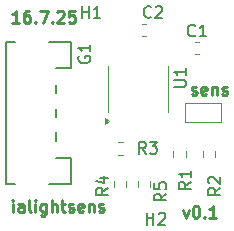
<source format=gbr>
%TF.GenerationSoftware,KiCad,Pcbnew,9.0.3*%
%TF.CreationDate,2025-07-16T23:37:23+02:00*%
%TF.ProjectId,ialightsens,69616c69-6768-4747-9365-6e732e6b6963,rev?*%
%TF.SameCoordinates,Original*%
%TF.FileFunction,Legend,Top*%
%TF.FilePolarity,Positive*%
%FSLAX46Y46*%
G04 Gerber Fmt 4.6, Leading zero omitted, Abs format (unit mm)*
G04 Created by KiCad (PCBNEW 9.0.3) date 2025-07-16 23:37:23*
%MOMM*%
%LPD*%
G01*
G04 APERTURE LIST*
%ADD10C,0.100000*%
%ADD11C,0.250000*%
%ADD12C,0.150000*%
%ADD13C,0.120000*%
%ADD14C,0.127000*%
G04 APERTURE END LIST*
D10*
X15500000Y-9200000D02*
X18500000Y-9200000D01*
X18500000Y-10800000D01*
X15500000Y-10800000D01*
X15500000Y-9200000D01*
D11*
X16054949Y-8417000D02*
X16150187Y-8464619D01*
X16150187Y-8464619D02*
X16340663Y-8464619D01*
X16340663Y-8464619D02*
X16435901Y-8417000D01*
X16435901Y-8417000D02*
X16483520Y-8321761D01*
X16483520Y-8321761D02*
X16483520Y-8274142D01*
X16483520Y-8274142D02*
X16435901Y-8178904D01*
X16435901Y-8178904D02*
X16340663Y-8131285D01*
X16340663Y-8131285D02*
X16197806Y-8131285D01*
X16197806Y-8131285D02*
X16102568Y-8083666D01*
X16102568Y-8083666D02*
X16054949Y-7988428D01*
X16054949Y-7988428D02*
X16054949Y-7940809D01*
X16054949Y-7940809D02*
X16102568Y-7845571D01*
X16102568Y-7845571D02*
X16197806Y-7797952D01*
X16197806Y-7797952D02*
X16340663Y-7797952D01*
X16340663Y-7797952D02*
X16435901Y-7845571D01*
X17293044Y-8417000D02*
X17197806Y-8464619D01*
X17197806Y-8464619D02*
X17007330Y-8464619D01*
X17007330Y-8464619D02*
X16912092Y-8417000D01*
X16912092Y-8417000D02*
X16864473Y-8321761D01*
X16864473Y-8321761D02*
X16864473Y-7940809D01*
X16864473Y-7940809D02*
X16912092Y-7845571D01*
X16912092Y-7845571D02*
X17007330Y-7797952D01*
X17007330Y-7797952D02*
X17197806Y-7797952D01*
X17197806Y-7797952D02*
X17293044Y-7845571D01*
X17293044Y-7845571D02*
X17340663Y-7940809D01*
X17340663Y-7940809D02*
X17340663Y-8036047D01*
X17340663Y-8036047D02*
X16864473Y-8131285D01*
X17769235Y-7797952D02*
X17769235Y-8464619D01*
X17769235Y-7893190D02*
X17816854Y-7845571D01*
X17816854Y-7845571D02*
X17912092Y-7797952D01*
X17912092Y-7797952D02*
X18054949Y-7797952D01*
X18054949Y-7797952D02*
X18150187Y-7845571D01*
X18150187Y-7845571D02*
X18197806Y-7940809D01*
X18197806Y-7940809D02*
X18197806Y-8464619D01*
X18626378Y-8417000D02*
X18721616Y-8464619D01*
X18721616Y-8464619D02*
X18912092Y-8464619D01*
X18912092Y-8464619D02*
X19007330Y-8417000D01*
X19007330Y-8417000D02*
X19054949Y-8321761D01*
X19054949Y-8321761D02*
X19054949Y-8274142D01*
X19054949Y-8274142D02*
X19007330Y-8178904D01*
X19007330Y-8178904D02*
X18912092Y-8131285D01*
X18912092Y-8131285D02*
X18769235Y-8131285D01*
X18769235Y-8131285D02*
X18673997Y-8083666D01*
X18673997Y-8083666D02*
X18626378Y-7988428D01*
X18626378Y-7988428D02*
X18626378Y-7940809D01*
X18626378Y-7940809D02*
X18673997Y-7845571D01*
X18673997Y-7845571D02*
X18769235Y-7797952D01*
X18769235Y-7797952D02*
X18912092Y-7797952D01*
X18912092Y-7797952D02*
X19007330Y-7845571D01*
X902568Y-18364619D02*
X902568Y-17697952D01*
X902568Y-17364619D02*
X854949Y-17412238D01*
X854949Y-17412238D02*
X902568Y-17459857D01*
X902568Y-17459857D02*
X950187Y-17412238D01*
X950187Y-17412238D02*
X902568Y-17364619D01*
X902568Y-17364619D02*
X902568Y-17459857D01*
X1807329Y-18364619D02*
X1807329Y-17840809D01*
X1807329Y-17840809D02*
X1759710Y-17745571D01*
X1759710Y-17745571D02*
X1664472Y-17697952D01*
X1664472Y-17697952D02*
X1473996Y-17697952D01*
X1473996Y-17697952D02*
X1378758Y-17745571D01*
X1807329Y-18317000D02*
X1712091Y-18364619D01*
X1712091Y-18364619D02*
X1473996Y-18364619D01*
X1473996Y-18364619D02*
X1378758Y-18317000D01*
X1378758Y-18317000D02*
X1331139Y-18221761D01*
X1331139Y-18221761D02*
X1331139Y-18126523D01*
X1331139Y-18126523D02*
X1378758Y-18031285D01*
X1378758Y-18031285D02*
X1473996Y-17983666D01*
X1473996Y-17983666D02*
X1712091Y-17983666D01*
X1712091Y-17983666D02*
X1807329Y-17936047D01*
X2426377Y-18364619D02*
X2331139Y-18317000D01*
X2331139Y-18317000D02*
X2283520Y-18221761D01*
X2283520Y-18221761D02*
X2283520Y-17364619D01*
X2807330Y-18364619D02*
X2807330Y-17697952D01*
X2807330Y-17364619D02*
X2759711Y-17412238D01*
X2759711Y-17412238D02*
X2807330Y-17459857D01*
X2807330Y-17459857D02*
X2854949Y-17412238D01*
X2854949Y-17412238D02*
X2807330Y-17364619D01*
X2807330Y-17364619D02*
X2807330Y-17459857D01*
X3712091Y-17697952D02*
X3712091Y-18507476D01*
X3712091Y-18507476D02*
X3664472Y-18602714D01*
X3664472Y-18602714D02*
X3616853Y-18650333D01*
X3616853Y-18650333D02*
X3521615Y-18697952D01*
X3521615Y-18697952D02*
X3378758Y-18697952D01*
X3378758Y-18697952D02*
X3283520Y-18650333D01*
X3712091Y-18317000D02*
X3616853Y-18364619D01*
X3616853Y-18364619D02*
X3426377Y-18364619D01*
X3426377Y-18364619D02*
X3331139Y-18317000D01*
X3331139Y-18317000D02*
X3283520Y-18269380D01*
X3283520Y-18269380D02*
X3235901Y-18174142D01*
X3235901Y-18174142D02*
X3235901Y-17888428D01*
X3235901Y-17888428D02*
X3283520Y-17793190D01*
X3283520Y-17793190D02*
X3331139Y-17745571D01*
X3331139Y-17745571D02*
X3426377Y-17697952D01*
X3426377Y-17697952D02*
X3616853Y-17697952D01*
X3616853Y-17697952D02*
X3712091Y-17745571D01*
X4188282Y-18364619D02*
X4188282Y-17364619D01*
X4616853Y-18364619D02*
X4616853Y-17840809D01*
X4616853Y-17840809D02*
X4569234Y-17745571D01*
X4569234Y-17745571D02*
X4473996Y-17697952D01*
X4473996Y-17697952D02*
X4331139Y-17697952D01*
X4331139Y-17697952D02*
X4235901Y-17745571D01*
X4235901Y-17745571D02*
X4188282Y-17793190D01*
X4950187Y-17697952D02*
X5331139Y-17697952D01*
X5093044Y-17364619D02*
X5093044Y-18221761D01*
X5093044Y-18221761D02*
X5140663Y-18317000D01*
X5140663Y-18317000D02*
X5235901Y-18364619D01*
X5235901Y-18364619D02*
X5331139Y-18364619D01*
X5616854Y-18317000D02*
X5712092Y-18364619D01*
X5712092Y-18364619D02*
X5902568Y-18364619D01*
X5902568Y-18364619D02*
X5997806Y-18317000D01*
X5997806Y-18317000D02*
X6045425Y-18221761D01*
X6045425Y-18221761D02*
X6045425Y-18174142D01*
X6045425Y-18174142D02*
X5997806Y-18078904D01*
X5997806Y-18078904D02*
X5902568Y-18031285D01*
X5902568Y-18031285D02*
X5759711Y-18031285D01*
X5759711Y-18031285D02*
X5664473Y-17983666D01*
X5664473Y-17983666D02*
X5616854Y-17888428D01*
X5616854Y-17888428D02*
X5616854Y-17840809D01*
X5616854Y-17840809D02*
X5664473Y-17745571D01*
X5664473Y-17745571D02*
X5759711Y-17697952D01*
X5759711Y-17697952D02*
X5902568Y-17697952D01*
X5902568Y-17697952D02*
X5997806Y-17745571D01*
X6854949Y-18317000D02*
X6759711Y-18364619D01*
X6759711Y-18364619D02*
X6569235Y-18364619D01*
X6569235Y-18364619D02*
X6473997Y-18317000D01*
X6473997Y-18317000D02*
X6426378Y-18221761D01*
X6426378Y-18221761D02*
X6426378Y-17840809D01*
X6426378Y-17840809D02*
X6473997Y-17745571D01*
X6473997Y-17745571D02*
X6569235Y-17697952D01*
X6569235Y-17697952D02*
X6759711Y-17697952D01*
X6759711Y-17697952D02*
X6854949Y-17745571D01*
X6854949Y-17745571D02*
X6902568Y-17840809D01*
X6902568Y-17840809D02*
X6902568Y-17936047D01*
X6902568Y-17936047D02*
X6426378Y-18031285D01*
X7331140Y-17697952D02*
X7331140Y-18364619D01*
X7331140Y-17793190D02*
X7378759Y-17745571D01*
X7378759Y-17745571D02*
X7473997Y-17697952D01*
X7473997Y-17697952D02*
X7616854Y-17697952D01*
X7616854Y-17697952D02*
X7712092Y-17745571D01*
X7712092Y-17745571D02*
X7759711Y-17840809D01*
X7759711Y-17840809D02*
X7759711Y-18364619D01*
X8188283Y-18317000D02*
X8283521Y-18364619D01*
X8283521Y-18364619D02*
X8473997Y-18364619D01*
X8473997Y-18364619D02*
X8569235Y-18317000D01*
X8569235Y-18317000D02*
X8616854Y-18221761D01*
X8616854Y-18221761D02*
X8616854Y-18174142D01*
X8616854Y-18174142D02*
X8569235Y-18078904D01*
X8569235Y-18078904D02*
X8473997Y-18031285D01*
X8473997Y-18031285D02*
X8331140Y-18031285D01*
X8331140Y-18031285D02*
X8235902Y-17983666D01*
X8235902Y-17983666D02*
X8188283Y-17888428D01*
X8188283Y-17888428D02*
X8188283Y-17840809D01*
X8188283Y-17840809D02*
X8235902Y-17745571D01*
X8235902Y-17745571D02*
X8331140Y-17697952D01*
X8331140Y-17697952D02*
X8473997Y-17697952D01*
X8473997Y-17697952D02*
X8569235Y-17745571D01*
X15307330Y-18197952D02*
X15545425Y-18864619D01*
X15545425Y-18864619D02*
X15783520Y-18197952D01*
X16354949Y-17864619D02*
X16450187Y-17864619D01*
X16450187Y-17864619D02*
X16545425Y-17912238D01*
X16545425Y-17912238D02*
X16593044Y-17959857D01*
X16593044Y-17959857D02*
X16640663Y-18055095D01*
X16640663Y-18055095D02*
X16688282Y-18245571D01*
X16688282Y-18245571D02*
X16688282Y-18483666D01*
X16688282Y-18483666D02*
X16640663Y-18674142D01*
X16640663Y-18674142D02*
X16593044Y-18769380D01*
X16593044Y-18769380D02*
X16545425Y-18817000D01*
X16545425Y-18817000D02*
X16450187Y-18864619D01*
X16450187Y-18864619D02*
X16354949Y-18864619D01*
X16354949Y-18864619D02*
X16259711Y-18817000D01*
X16259711Y-18817000D02*
X16212092Y-18769380D01*
X16212092Y-18769380D02*
X16164473Y-18674142D01*
X16164473Y-18674142D02*
X16116854Y-18483666D01*
X16116854Y-18483666D02*
X16116854Y-18245571D01*
X16116854Y-18245571D02*
X16164473Y-18055095D01*
X16164473Y-18055095D02*
X16212092Y-17959857D01*
X16212092Y-17959857D02*
X16259711Y-17912238D01*
X16259711Y-17912238D02*
X16354949Y-17864619D01*
X17116854Y-18769380D02*
X17164473Y-18817000D01*
X17164473Y-18817000D02*
X17116854Y-18864619D01*
X17116854Y-18864619D02*
X17069235Y-18817000D01*
X17069235Y-18817000D02*
X17116854Y-18769380D01*
X17116854Y-18769380D02*
X17116854Y-18864619D01*
X18116853Y-18864619D02*
X17545425Y-18864619D01*
X17831139Y-18864619D02*
X17831139Y-17864619D01*
X17831139Y-17864619D02*
X17735901Y-18007476D01*
X17735901Y-18007476D02*
X17640663Y-18102714D01*
X17640663Y-18102714D02*
X17545425Y-18150333D01*
X1426377Y-2364619D02*
X854949Y-2364619D01*
X1140663Y-2364619D02*
X1140663Y-1364619D01*
X1140663Y-1364619D02*
X1045425Y-1507476D01*
X1045425Y-1507476D02*
X950187Y-1602714D01*
X950187Y-1602714D02*
X854949Y-1650333D01*
X2283520Y-1364619D02*
X2093044Y-1364619D01*
X2093044Y-1364619D02*
X1997806Y-1412238D01*
X1997806Y-1412238D02*
X1950187Y-1459857D01*
X1950187Y-1459857D02*
X1854949Y-1602714D01*
X1854949Y-1602714D02*
X1807330Y-1793190D01*
X1807330Y-1793190D02*
X1807330Y-2174142D01*
X1807330Y-2174142D02*
X1854949Y-2269380D01*
X1854949Y-2269380D02*
X1902568Y-2317000D01*
X1902568Y-2317000D02*
X1997806Y-2364619D01*
X1997806Y-2364619D02*
X2188282Y-2364619D01*
X2188282Y-2364619D02*
X2283520Y-2317000D01*
X2283520Y-2317000D02*
X2331139Y-2269380D01*
X2331139Y-2269380D02*
X2378758Y-2174142D01*
X2378758Y-2174142D02*
X2378758Y-1936047D01*
X2378758Y-1936047D02*
X2331139Y-1840809D01*
X2331139Y-1840809D02*
X2283520Y-1793190D01*
X2283520Y-1793190D02*
X2188282Y-1745571D01*
X2188282Y-1745571D02*
X1997806Y-1745571D01*
X1997806Y-1745571D02*
X1902568Y-1793190D01*
X1902568Y-1793190D02*
X1854949Y-1840809D01*
X1854949Y-1840809D02*
X1807330Y-1936047D01*
X2807330Y-2269380D02*
X2854949Y-2317000D01*
X2854949Y-2317000D02*
X2807330Y-2364619D01*
X2807330Y-2364619D02*
X2759711Y-2317000D01*
X2759711Y-2317000D02*
X2807330Y-2269380D01*
X2807330Y-2269380D02*
X2807330Y-2364619D01*
X3188282Y-1364619D02*
X3854948Y-1364619D01*
X3854948Y-1364619D02*
X3426377Y-2364619D01*
X4235901Y-2269380D02*
X4283520Y-2317000D01*
X4283520Y-2317000D02*
X4235901Y-2364619D01*
X4235901Y-2364619D02*
X4188282Y-2317000D01*
X4188282Y-2317000D02*
X4235901Y-2269380D01*
X4235901Y-2269380D02*
X4235901Y-2364619D01*
X4664472Y-1459857D02*
X4712091Y-1412238D01*
X4712091Y-1412238D02*
X4807329Y-1364619D01*
X4807329Y-1364619D02*
X5045424Y-1364619D01*
X5045424Y-1364619D02*
X5140662Y-1412238D01*
X5140662Y-1412238D02*
X5188281Y-1459857D01*
X5188281Y-1459857D02*
X5235900Y-1555095D01*
X5235900Y-1555095D02*
X5235900Y-1650333D01*
X5235900Y-1650333D02*
X5188281Y-1793190D01*
X5188281Y-1793190D02*
X4616853Y-2364619D01*
X4616853Y-2364619D02*
X5235900Y-2364619D01*
X6140662Y-1364619D02*
X5664472Y-1364619D01*
X5664472Y-1364619D02*
X5616853Y-1840809D01*
X5616853Y-1840809D02*
X5664472Y-1793190D01*
X5664472Y-1793190D02*
X5759710Y-1745571D01*
X5759710Y-1745571D02*
X5997805Y-1745571D01*
X5997805Y-1745571D02*
X6093043Y-1793190D01*
X6093043Y-1793190D02*
X6140662Y-1840809D01*
X6140662Y-1840809D02*
X6188281Y-1936047D01*
X6188281Y-1936047D02*
X6188281Y-2174142D01*
X6188281Y-2174142D02*
X6140662Y-2269380D01*
X6140662Y-2269380D02*
X6093043Y-2317000D01*
X6093043Y-2317000D02*
X5997805Y-2364619D01*
X5997805Y-2364619D02*
X5759710Y-2364619D01*
X5759710Y-2364619D02*
X5664472Y-2317000D01*
X5664472Y-2317000D02*
X5616853Y-2269380D01*
D12*
X12158333Y-13454819D02*
X11825000Y-12978628D01*
X11586905Y-13454819D02*
X11586905Y-12454819D01*
X11586905Y-12454819D02*
X11967857Y-12454819D01*
X11967857Y-12454819D02*
X12063095Y-12502438D01*
X12063095Y-12502438D02*
X12110714Y-12550057D01*
X12110714Y-12550057D02*
X12158333Y-12645295D01*
X12158333Y-12645295D02*
X12158333Y-12788152D01*
X12158333Y-12788152D02*
X12110714Y-12883390D01*
X12110714Y-12883390D02*
X12063095Y-12931009D01*
X12063095Y-12931009D02*
X11967857Y-12978628D01*
X11967857Y-12978628D02*
X11586905Y-12978628D01*
X12491667Y-12454819D02*
X13110714Y-12454819D01*
X13110714Y-12454819D02*
X12777381Y-12835771D01*
X12777381Y-12835771D02*
X12920238Y-12835771D01*
X12920238Y-12835771D02*
X13015476Y-12883390D01*
X13015476Y-12883390D02*
X13063095Y-12931009D01*
X13063095Y-12931009D02*
X13110714Y-13026247D01*
X13110714Y-13026247D02*
X13110714Y-13264342D01*
X13110714Y-13264342D02*
X13063095Y-13359580D01*
X13063095Y-13359580D02*
X13015476Y-13407200D01*
X13015476Y-13407200D02*
X12920238Y-13454819D01*
X12920238Y-13454819D02*
X12634524Y-13454819D01*
X12634524Y-13454819D02*
X12539286Y-13407200D01*
X12539286Y-13407200D02*
X12491667Y-13359580D01*
X13884819Y-16841666D02*
X13408628Y-17174999D01*
X13884819Y-17413094D02*
X12884819Y-17413094D01*
X12884819Y-17413094D02*
X12884819Y-17032142D01*
X12884819Y-17032142D02*
X12932438Y-16936904D01*
X12932438Y-16936904D02*
X12980057Y-16889285D01*
X12980057Y-16889285D02*
X13075295Y-16841666D01*
X13075295Y-16841666D02*
X13218152Y-16841666D01*
X13218152Y-16841666D02*
X13313390Y-16889285D01*
X13313390Y-16889285D02*
X13361009Y-16936904D01*
X13361009Y-16936904D02*
X13408628Y-17032142D01*
X13408628Y-17032142D02*
X13408628Y-17413094D01*
X12884819Y-15936904D02*
X12884819Y-16413094D01*
X12884819Y-16413094D02*
X13361009Y-16460713D01*
X13361009Y-16460713D02*
X13313390Y-16413094D01*
X13313390Y-16413094D02*
X13265771Y-16317856D01*
X13265771Y-16317856D02*
X13265771Y-16079761D01*
X13265771Y-16079761D02*
X13313390Y-15984523D01*
X13313390Y-15984523D02*
X13361009Y-15936904D01*
X13361009Y-15936904D02*
X13456247Y-15889285D01*
X13456247Y-15889285D02*
X13694342Y-15889285D01*
X13694342Y-15889285D02*
X13789580Y-15936904D01*
X13789580Y-15936904D02*
X13837200Y-15984523D01*
X13837200Y-15984523D02*
X13884819Y-16079761D01*
X13884819Y-16079761D02*
X13884819Y-16317856D01*
X13884819Y-16317856D02*
X13837200Y-16413094D01*
X13837200Y-16413094D02*
X13789580Y-16460713D01*
X6502438Y-5214285D02*
X6454819Y-5309523D01*
X6454819Y-5309523D02*
X6454819Y-5452380D01*
X6454819Y-5452380D02*
X6502438Y-5595237D01*
X6502438Y-5595237D02*
X6597676Y-5690475D01*
X6597676Y-5690475D02*
X6692914Y-5738094D01*
X6692914Y-5738094D02*
X6883390Y-5785713D01*
X6883390Y-5785713D02*
X7026247Y-5785713D01*
X7026247Y-5785713D02*
X7216723Y-5738094D01*
X7216723Y-5738094D02*
X7311961Y-5690475D01*
X7311961Y-5690475D02*
X7407200Y-5595237D01*
X7407200Y-5595237D02*
X7454819Y-5452380D01*
X7454819Y-5452380D02*
X7454819Y-5357142D01*
X7454819Y-5357142D02*
X7407200Y-5214285D01*
X7407200Y-5214285D02*
X7359580Y-5166666D01*
X7359580Y-5166666D02*
X7026247Y-5166666D01*
X7026247Y-5166666D02*
X7026247Y-5357142D01*
X7454819Y-4214285D02*
X7454819Y-4785713D01*
X7454819Y-4499999D02*
X6454819Y-4499999D01*
X6454819Y-4499999D02*
X6597676Y-4595237D01*
X6597676Y-4595237D02*
X6692914Y-4690475D01*
X6692914Y-4690475D02*
X6740533Y-4785713D01*
X8954819Y-16341666D02*
X8478628Y-16674999D01*
X8954819Y-16913094D02*
X7954819Y-16913094D01*
X7954819Y-16913094D02*
X7954819Y-16532142D01*
X7954819Y-16532142D02*
X8002438Y-16436904D01*
X8002438Y-16436904D02*
X8050057Y-16389285D01*
X8050057Y-16389285D02*
X8145295Y-16341666D01*
X8145295Y-16341666D02*
X8288152Y-16341666D01*
X8288152Y-16341666D02*
X8383390Y-16389285D01*
X8383390Y-16389285D02*
X8431009Y-16436904D01*
X8431009Y-16436904D02*
X8478628Y-16532142D01*
X8478628Y-16532142D02*
X8478628Y-16913094D01*
X8288152Y-15484523D02*
X8954819Y-15484523D01*
X7907200Y-15722618D02*
X8621485Y-15960713D01*
X8621485Y-15960713D02*
X8621485Y-15341666D01*
X16333333Y-3429580D02*
X16285714Y-3477200D01*
X16285714Y-3477200D02*
X16142857Y-3524819D01*
X16142857Y-3524819D02*
X16047619Y-3524819D01*
X16047619Y-3524819D02*
X15904762Y-3477200D01*
X15904762Y-3477200D02*
X15809524Y-3381961D01*
X15809524Y-3381961D02*
X15761905Y-3286723D01*
X15761905Y-3286723D02*
X15714286Y-3096247D01*
X15714286Y-3096247D02*
X15714286Y-2953390D01*
X15714286Y-2953390D02*
X15761905Y-2762914D01*
X15761905Y-2762914D02*
X15809524Y-2667676D01*
X15809524Y-2667676D02*
X15904762Y-2572438D01*
X15904762Y-2572438D02*
X16047619Y-2524819D01*
X16047619Y-2524819D02*
X16142857Y-2524819D01*
X16142857Y-2524819D02*
X16285714Y-2572438D01*
X16285714Y-2572438D02*
X16333333Y-2620057D01*
X17285714Y-3524819D02*
X16714286Y-3524819D01*
X17000000Y-3524819D02*
X17000000Y-2524819D01*
X17000000Y-2524819D02*
X16904762Y-2667676D01*
X16904762Y-2667676D02*
X16809524Y-2762914D01*
X16809524Y-2762914D02*
X16714286Y-2810533D01*
X14549819Y-7786904D02*
X15359342Y-7786904D01*
X15359342Y-7786904D02*
X15454580Y-7739285D01*
X15454580Y-7739285D02*
X15502200Y-7691666D01*
X15502200Y-7691666D02*
X15549819Y-7596428D01*
X15549819Y-7596428D02*
X15549819Y-7405952D01*
X15549819Y-7405952D02*
X15502200Y-7310714D01*
X15502200Y-7310714D02*
X15454580Y-7263095D01*
X15454580Y-7263095D02*
X15359342Y-7215476D01*
X15359342Y-7215476D02*
X14549819Y-7215476D01*
X15549819Y-6215476D02*
X15549819Y-6786904D01*
X15549819Y-6501190D02*
X14549819Y-6501190D01*
X14549819Y-6501190D02*
X14692676Y-6596428D01*
X14692676Y-6596428D02*
X14787914Y-6691666D01*
X14787914Y-6691666D02*
X14835533Y-6786904D01*
X12608333Y-1859580D02*
X12560714Y-1907200D01*
X12560714Y-1907200D02*
X12417857Y-1954819D01*
X12417857Y-1954819D02*
X12322619Y-1954819D01*
X12322619Y-1954819D02*
X12179762Y-1907200D01*
X12179762Y-1907200D02*
X12084524Y-1811961D01*
X12084524Y-1811961D02*
X12036905Y-1716723D01*
X12036905Y-1716723D02*
X11989286Y-1526247D01*
X11989286Y-1526247D02*
X11989286Y-1383390D01*
X11989286Y-1383390D02*
X12036905Y-1192914D01*
X12036905Y-1192914D02*
X12084524Y-1097676D01*
X12084524Y-1097676D02*
X12179762Y-1002438D01*
X12179762Y-1002438D02*
X12322619Y-954819D01*
X12322619Y-954819D02*
X12417857Y-954819D01*
X12417857Y-954819D02*
X12560714Y-1002438D01*
X12560714Y-1002438D02*
X12608333Y-1050057D01*
X12989286Y-1050057D02*
X13036905Y-1002438D01*
X13036905Y-1002438D02*
X13132143Y-954819D01*
X13132143Y-954819D02*
X13370238Y-954819D01*
X13370238Y-954819D02*
X13465476Y-1002438D01*
X13465476Y-1002438D02*
X13513095Y-1050057D01*
X13513095Y-1050057D02*
X13560714Y-1145295D01*
X13560714Y-1145295D02*
X13560714Y-1240533D01*
X13560714Y-1240533D02*
X13513095Y-1383390D01*
X13513095Y-1383390D02*
X12941667Y-1954819D01*
X12941667Y-1954819D02*
X13560714Y-1954819D01*
X12238095Y-19454819D02*
X12238095Y-18454819D01*
X12238095Y-18931009D02*
X12809523Y-18931009D01*
X12809523Y-19454819D02*
X12809523Y-18454819D01*
X13238095Y-18550057D02*
X13285714Y-18502438D01*
X13285714Y-18502438D02*
X13380952Y-18454819D01*
X13380952Y-18454819D02*
X13619047Y-18454819D01*
X13619047Y-18454819D02*
X13714285Y-18502438D01*
X13714285Y-18502438D02*
X13761904Y-18550057D01*
X13761904Y-18550057D02*
X13809523Y-18645295D01*
X13809523Y-18645295D02*
X13809523Y-18740533D01*
X13809523Y-18740533D02*
X13761904Y-18883390D01*
X13761904Y-18883390D02*
X13190476Y-19454819D01*
X13190476Y-19454819D02*
X13809523Y-19454819D01*
X6738095Y-1954819D02*
X6738095Y-954819D01*
X6738095Y-1431009D02*
X7309523Y-1431009D01*
X7309523Y-1954819D02*
X7309523Y-954819D01*
X8309523Y-1954819D02*
X7738095Y-1954819D01*
X8023809Y-1954819D02*
X8023809Y-954819D01*
X8023809Y-954819D02*
X7928571Y-1097676D01*
X7928571Y-1097676D02*
X7833333Y-1192914D01*
X7833333Y-1192914D02*
X7738095Y-1240533D01*
X18454819Y-16341666D02*
X17978628Y-16674999D01*
X18454819Y-16913094D02*
X17454819Y-16913094D01*
X17454819Y-16913094D02*
X17454819Y-16532142D01*
X17454819Y-16532142D02*
X17502438Y-16436904D01*
X17502438Y-16436904D02*
X17550057Y-16389285D01*
X17550057Y-16389285D02*
X17645295Y-16341666D01*
X17645295Y-16341666D02*
X17788152Y-16341666D01*
X17788152Y-16341666D02*
X17883390Y-16389285D01*
X17883390Y-16389285D02*
X17931009Y-16436904D01*
X17931009Y-16436904D02*
X17978628Y-16532142D01*
X17978628Y-16532142D02*
X17978628Y-16913094D01*
X17550057Y-15960713D02*
X17502438Y-15913094D01*
X17502438Y-15913094D02*
X17454819Y-15817856D01*
X17454819Y-15817856D02*
X17454819Y-15579761D01*
X17454819Y-15579761D02*
X17502438Y-15484523D01*
X17502438Y-15484523D02*
X17550057Y-15436904D01*
X17550057Y-15436904D02*
X17645295Y-15389285D01*
X17645295Y-15389285D02*
X17740533Y-15389285D01*
X17740533Y-15389285D02*
X17883390Y-15436904D01*
X17883390Y-15436904D02*
X18454819Y-16008332D01*
X18454819Y-16008332D02*
X18454819Y-15389285D01*
X15954819Y-15841666D02*
X15478628Y-16174999D01*
X15954819Y-16413094D02*
X14954819Y-16413094D01*
X14954819Y-16413094D02*
X14954819Y-16032142D01*
X14954819Y-16032142D02*
X15002438Y-15936904D01*
X15002438Y-15936904D02*
X15050057Y-15889285D01*
X15050057Y-15889285D02*
X15145295Y-15841666D01*
X15145295Y-15841666D02*
X15288152Y-15841666D01*
X15288152Y-15841666D02*
X15383390Y-15889285D01*
X15383390Y-15889285D02*
X15431009Y-15936904D01*
X15431009Y-15936904D02*
X15478628Y-16032142D01*
X15478628Y-16032142D02*
X15478628Y-16413094D01*
X15954819Y-14889285D02*
X15954819Y-15460713D01*
X15954819Y-15174999D02*
X14954819Y-15174999D01*
X14954819Y-15174999D02*
X15097676Y-15270237D01*
X15097676Y-15270237D02*
X15192914Y-15365475D01*
X15192914Y-15365475D02*
X15240533Y-15460713D01*
D13*
%TO.C,R3*%
X9762742Y-12477500D02*
X10237258Y-12477500D01*
X9762742Y-13522500D02*
X10237258Y-13522500D01*
%TO.C,R5*%
X11477500Y-15762742D02*
X11477500Y-16237258D01*
X12522500Y-15762742D02*
X12522500Y-16237258D01*
D14*
%TO.C,G1*%
X350000Y-4000000D02*
X1060500Y-4000000D01*
X350000Y-16000000D02*
X350000Y-4000000D01*
X350000Y-16000000D02*
X1060500Y-16000000D01*
X3925000Y-4000000D02*
X5850000Y-4000000D01*
X3950000Y-16000000D02*
X5850000Y-16000000D01*
X4560620Y-6200000D02*
X5850000Y-6200000D01*
X4560620Y-8351040D02*
X4560620Y-7650000D01*
X4560620Y-10348500D02*
X4560620Y-9650000D01*
X4560620Y-12348500D02*
X4560620Y-11650000D01*
X5850000Y-6200000D02*
X5850000Y-4000000D01*
X5850000Y-13800000D02*
X4560000Y-13800000D01*
X5850000Y-16000000D02*
X5850000Y-13800000D01*
D13*
%TO.C,R4*%
X9477500Y-15762742D02*
X9477500Y-16237258D01*
X10522500Y-15762742D02*
X10522500Y-16237258D01*
%TO.C,C1*%
X16359420Y-3990000D02*
X16640580Y-3990000D01*
X16359420Y-5010000D02*
X16640580Y-5010000D01*
%TO.C,U1*%
X8940000Y-8000000D02*
X8940000Y-6050000D01*
X8940000Y-8000000D02*
X8940000Y-9950000D01*
X14060000Y-8000000D02*
X14060000Y-6050000D01*
X14060000Y-8000000D02*
X14060000Y-9950000D01*
X9035000Y-10700000D02*
X8705000Y-10940000D01*
X8705000Y-10460000D01*
X9035000Y-10700000D01*
G36*
X9035000Y-10700000D02*
G01*
X8705000Y-10940000D01*
X8705000Y-10460000D01*
X9035000Y-10700000D01*
G37*
%TO.C,C2*%
X11859420Y-2490000D02*
X12140580Y-2490000D01*
X11859420Y-3510000D02*
X12140580Y-3510000D01*
%TO.C,R2*%
X16977500Y-13262742D02*
X16977500Y-13737258D01*
X18022500Y-13262742D02*
X18022500Y-13737258D01*
%TO.C,R1*%
X14477500Y-13262742D02*
X14477500Y-13737258D01*
X15522500Y-13262742D02*
X15522500Y-13737258D01*
%TD*%
M02*

</source>
